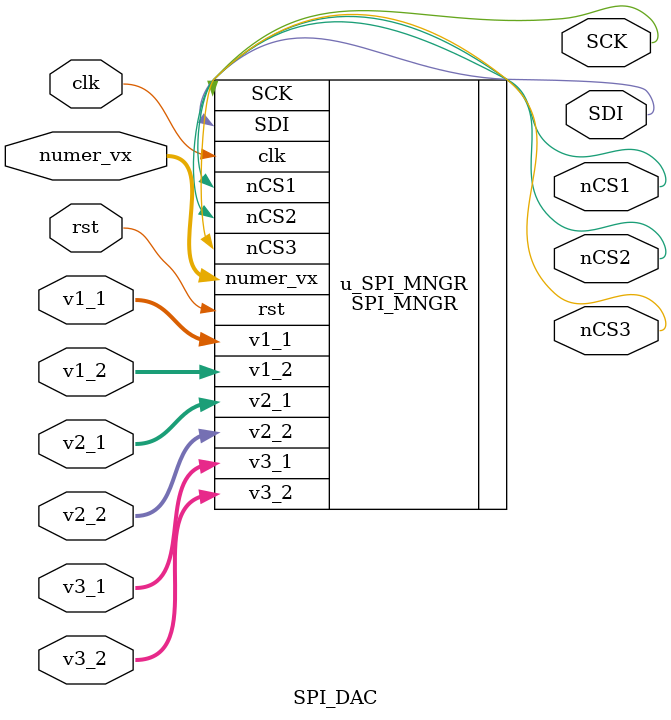
<source format=v>



`timescale 1 ns / 1 ns

module SPI_DAC
          (clk,
           rst,
           numer_vx,
           v1_1,
           v1_2,
           v2_1,
           v2_2,
           v3_1,
           v3_2,
           SDI,
           SCK,
           nCS1,
           nCS2,
           nCS3);


  input   clk;
  input   rst;
  input   [7:0] numer_vx;  // uint8
  input   [7:0] v1_1;  // uint8
  input   [7:0] v1_2;  // uint8
  input   [7:0] v2_1;  // uint8
  input   [7:0] v2_2;  // uint8
  input   [7:0] v3_1;  // uint8
  input   [7:0] v3_2;  // uint8
  output  SDI;
  output  SCK;
  output  nCS1;
  output  nCS2;
  output  nCS3;




  SPI_MNGR u_SPI_MNGR (.clk(clk),
                       .rst(rst),
                       .numer_vx(numer_vx),  // uint8
                       .v3_2(v3_2),  // uint8
                       .v3_1(v3_1),  // uint8
                       .v1_2(v1_2),  // uint8
                       .v2_1(v2_1),  // uint8
                       .v2_2(v2_2),  // uint8
                       .v1_1(v1_1),  // uint8
                       .SDI(SDI),
                       .SCK(SCK),
                       .nCS1(nCS1),
                       .nCS2(nCS2),
                       .nCS3(nCS3)
                       );
endmodule  // SPI_DAC


</source>
